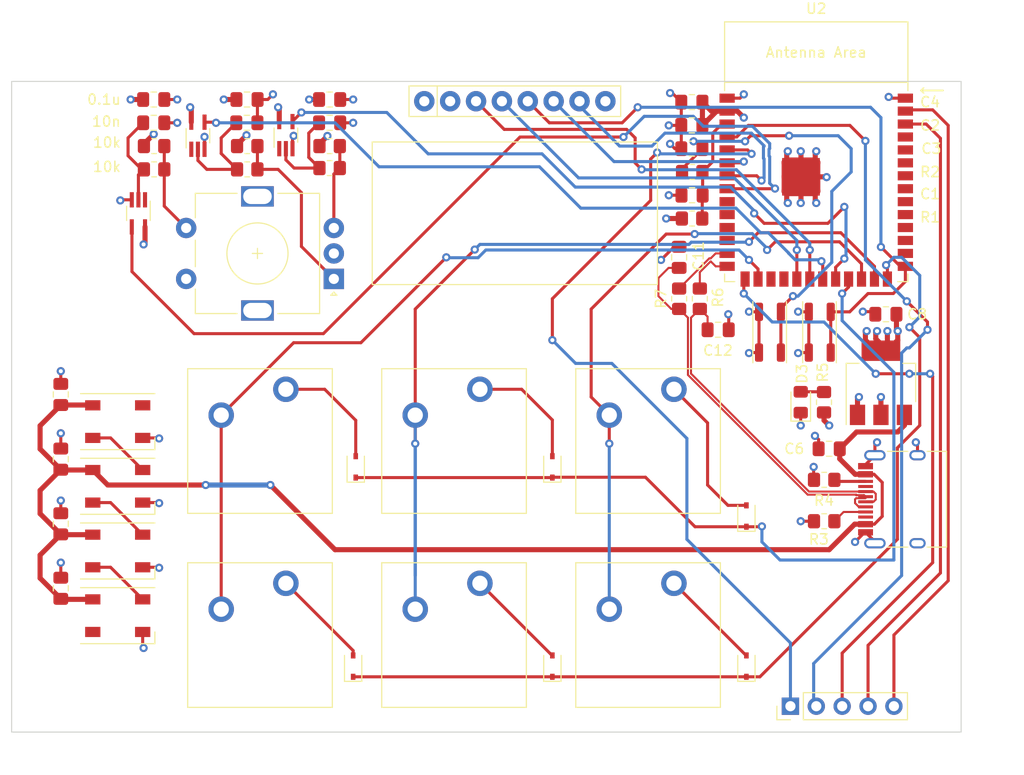
<source format=kicad_pcb>
(kicad_pcb (version 20211014) (generator pcbnew)
  (layers (0 "F.Cu" signal) (1 "In1.Cu" power) (2 "In2.Cu" power) (31 "B.Cu" signal) (34 "B.Paste" user) (35 "F.Paste" user) (36 "B.SilkS" user "B.Silkscreen") (37 "F.SilkS" user "F.Silkscreen") (38 "B.Mask" user) (39 "F.Mask" user) (44 "Edge.Cuts" user))
  (net 0 "")
  (net 1 "/EN")
  (net 2 "GND")
  (net 3 "VCC")
  (net 4 "Net-(C3-Pad2)")
  (net 5 "/+5V")
  (net 6 "/D-")
  (net 7 "/D+")
  (net 8 "Net-(C13-Pad1)")
  (net 9 "Net-(C14-Pad1)")
  (net 10 "Net-(C15-Pad1)")
  (net 11 "Net-(D1-Pad2)")
  (net 12 "/DIN")
  (net 13 "Net-(D2-Pad2)")
  (net 14 "Net-(D3-Pad2)")
  (net 15 "Net-(D4-Pad2)")
  (net 17 "SW_A")
  (net 18 "Net-(D6-Pad2)")
  (net 19 "SW_B")
  (net 20 "Net-(D7-Pad2)")
  (net 21 "Net-(D8-Pad2)")
  (net 22 "Net-(D9-Pad2)")
  (net 23 "Net-(D10-Pad2)")
  (net 24 "Net-(D11-Pad2)")
  (net 25 "/CC1")
  (net 27 "/CC2")
  (net 29 "/IO5")
  (net 30 "/IO4")
  (net 31 "/IO3")
  (net 32 "/IO2")
  (net 33 "/IO1")
  (net 34 "/BOOT")
  (net 35 "/IO6")
  (net 36 "/IO7")
  (net 37 "/DIS_SDA")
  (net 38 "/DIS_CLK")
  (net 40 "/USB_D+")
  (net 41 "/USB_D-")
  (net 42 "/Rotary_A")
  (net 43 "/Rotary_B")
  (net 44 "/Rotary_Z")
  (net 45 "SW_1")
  (net 46 "SW_2")
  (net 47 "SW_3")
  (net 51 "/IO8")
  (net 52 "/IO9")
  (net 53 "/IO10")
  (net 64 "R_A")
  (net 65 "R_B")
  (net 66 "R_Z")
  (footprint "Capacitor_SMD:C_0805_2012Metric_Pad1.18x1.45mm_HandSolder" (layer "F.Cu") (at 94.742 133.8365 -90)
    (fp_text reference "C5" hide)
    (fp_text value "0.1u")
  )
  (footprint "Resistor_SMD:R_0805_2012Metric_Pad1.20x1.40mm_HandSolder" (layer "F.Cu") (at 169.672 115.57 90)
    (fp_text reference "R5")
    (fp_text value "10k")
  )
  (footprint "Capacitor_SMD:C_0805_2012Metric_Pad1.18x1.45mm_HandSolder" (layer "F.Cu") (at 156.6965 90.678)
    (fp_text reference "C3")
    (fp_text value "0.1u")
  )
  (footprint "Connector_PinHeader_2.54mm:PinHeader_1x05_P2.54mm_Vertical" (layer "F.Cu") (at 166.375 145.415 90)
    (fp_text reference "J2" hide)
    (fp_text value "Conn_01x05_Male")
  )
  (footprint "Diode_SMD:D_SOD-323" (layer "F.Cu") (at 123.444 141.478 90)
    (fp_text reference "D7" hide)
    (fp_text value "1N4148WS")
  )
  (footprint "Diode_SMD:D_SOD-323" (layer "F.Cu") (at 123.698 121.92 90)
    (fp_text reference "D6" hide)
    (fp_text value "1N4148WS")
  )
  (footprint "Switch_Keyboard_Cherry_MX:SW_Cherry_MX_Plate_1.00u" (layer "F.Cu") (at 114.3 119.38)
    (fp_text reference "SW4" hide)
    (fp_text value "SW_Push")
  )
  (footprint "Kayasu:SW_3x4x2.5mm" (layer "F.Cu") (at 165.288 107.696 90)
    (fp_text reference "SW2" hide)
    (fp_text value "SW_4")
  )
  (footprint "Capacitor_SMD:C_0805_2012Metric_Pad1.18x1.45mm_HandSolder" (layer "F.Cu") (at 103.8645 85.852)
    (fp_text reference "C18" hide)
    (fp_text value "100n")
  )
  (footprint "Capacitor_SMD:C_0805_2012Metric_Pad1.18x1.45mm_HandSolder" (layer "F.Cu") (at 121.1365 88.138)
    (fp_text reference "C14" hide)
    (fp_text value "10n")
  )
  (footprint "Kayasu:SW_3x4x2.5mm" (layer "F.Cu") (at 170.18 107.696 90)
    (fp_text reference "SW1" hide)
    (fp_text value "SW_4")
  )
  (footprint "Resistor_SMD:R_0805_2012Metric_Pad1.20x1.40mm_HandSolder" (layer "F.Cu") (at 103.902 90.424)
    (fp_text reference "R10" hide)
    (fp_text value "10k")
  )
  (footprint "Kayasu:0.96_80x160_IPS" (layer "F.Cu") (at 139.319 86.02)
    (fp_text reference "U6" hide)
    (fp_text value "0.96_80x160_IPS")
  )
  (footprint "Package_TO_SOT_SMD:SOT-353_SC-70-5_Handsoldering" (layer "F.Cu") (at 102.362 97.028 -90)
    (fp_text reference "U5" hide)
    (fp_text value "74LVC1G17")
  )
  (footprint "Resistor_SMD:R_0805_2012Metric_Pad1.20x1.40mm_HandSolder" (layer "F.Cu") (at 156.734 92.964)
    (fp_text reference "R2")
    (fp_text value "0")
  )
  (footprint "Diode_SMD:D_SOD-323" (layer "F.Cu") (at 143.002 121.92 90)
    (fp_text reference "D8" hide)
    (fp_text value "1N4148WS")
  )
  (footprint "Resistor_SMD:R_0805_2012Metric_Pad1.20x1.40mm_HandSolder" (layer "F.Cu") (at 157.48 105.41 90)
    (fp_text reference "R6")
    (fp_text value "0")
  )
  (footprint "Capacitor_SMD:C_0805_2012Metric_Pad1.18x1.45mm_HandSolder" (layer "F.Cu") (at 159.2795 108.458)
    (fp_text reference "C12")
    (fp_text value "NC")
  )
  (footprint "Capacitor_SMD:C_0805_2012Metric_Pad1.18x1.45mm_HandSolder" (layer "F.Cu") (at 94.742 121.158 -90)
    (fp_text reference "C9" hide)
    (fp_text value "0.1u")
  )
  (footprint "Capacitor_SMD:C_0805_2012Metric_Pad1.18x1.45mm_HandSolder" (layer "F.Cu") (at 155.448 101.346 90)
    (fp_text reference "C11")
    (fp_text value "NC")
  )
  (footprint "Capacitor_SMD:C_0805_2012Metric_Pad1.18x1.45mm_HandSolder" (layer "F.Cu") (at 113.0245 85.852)
    (fp_text reference "C16" hide)
    (fp_text value "100n")
  )
  (footprint "Capacitor_SMD:C_0805_2012Metric_Pad1.18x1.45mm_HandSolder" (layer "F.Cu") (at 156.6965 88.392 180)
    (fp_text reference "C2")
    (fp_text value "22u")
  )
  (footprint "LED_SMD:LED_WS2812B_PLCC4_5.0x5.0mm_P3.2mm" (layer "F.Cu") (at 100.33 123.825)
    (fp_text reference "D2" hide)
    (fp_text value "WS2812B")
  )
  (footprint "Capacitor_SMD:C_0805_2012Metric_Pad1.18x1.45mm_HandSolder" (layer "F.Cu") (at 156.718 95.25 180)
    (fp_text reference "C1")
    (fp_text value "1u")
  )
  (footprint "Resistor_SMD:R_0805_2012Metric_Pad1.20x1.40mm_HandSolder" (layer "F.Cu") (at 113.046 90.424)
    (fp_text reference "R8" hide)
    (fp_text value "10k")
  )
  (footprint "Capacitor_SMD:C_0805_2012Metric_Pad1.18x1.45mm_HandSolder" (layer "F.Cu") (at 94.742 114.808 -90)
    (fp_text reference "C7" hide)
    (fp_text value "0.1u")
  )
  (footprint "Capacitor_SMD:C_0805_2012Metric_Pad1.18x1.45mm_HandSolder" (layer "F.Cu") (at 156.6965 86.106 180)
    (fp_text reference "C4")
    (fp_text value "0.1u")
  )
  (footprint "Resistor_SMD:R_0805_2012Metric_Pad1.20x1.40mm_HandSolder" (layer "F.Cu") (at 155.448 105.41 90)
    (fp_text reference "R7")
    (fp_text value "0")
  )
  (footprint "Package_TO_SOT_SMD:SOT-353_SC-70-5_Handsoldering" (layer "F.Cu") (at 108.204 89.408 90)
    (fp_text reference "U3" hide)
    (fp_text value "74LVC1G17")
  )
  (footprint "Resistor_SMD:R_0805_2012Metric_Pad1.20x1.40mm_HandSolder" (layer "F.Cu") (at 169.688 123.19 180)
    (fp_text reference "R4")
    (fp_text value "5.1k")
  )
  (footprint "Capacitor_SMD:C_0805_2012Metric_Pad1.18x1.45mm_HandSolder" (layer "F.Cu") (at 103.8645 88.138)
    (fp_text reference "C15" hide)
    (fp_text value "10n")
  )
  (footprint "Resistor_SMD:R_0805_2012Metric_Pad1.20x1.40mm_HandSolder" (layer "F.Cu") (at 121.1365 90.424)
    (fp_text reference "R9" hide)
    (fp_text value "10k")
  )
  (footprint "LED_SMD:LED_WS2812B_PLCC4_5.0x5.0mm_P3.2mm" (layer "F.Cu") (at 100.33 117.475)
    (fp_text reference "D1" hide)
    (fp_text value "WS2812B")
  )
  (footprint "LED_SMD:LED_WS2812B_PLCC4_5.0x5.0mm_P3.2mm" (layer "F.Cu") (at 100.33 130.175)
    (fp_text reference "D4" hide)
    (fp_text value "WS2812B")
  )
  (footprint "Switch_Keyboard_Cherry_MX:SW_Cherry_MX_Plate_1.00u" (layer "F.Cu") (at 152.4 138.43)
    (fp_text reference "SW9" hide)
    (fp_text value "SW_Push")
  )
  (footprint "Rotary_Encoder:RotaryEncoder_Alps_EC11E-Switch_Vertical_H20mm" (layer "F.Cu") (at 121.55 103.465 180)
    (fp_text reference "SW3" hide)
    (fp_text value "RotaryEncoder_Switch")
  )
  (footprint "Diode_SMD:D_SOD-323" (layer "F.Cu") (at 143.002 141.478 90)
    (fp_text reference "D9" hide)
    (fp_text value "1N4148WS")
  )
  (footprint "Switch_Keyboard_Cherry_MX:SW_Cherry_MX_Plate_1.00u" (layer "F.Cu") (at 133.35 119.38)
    (fp_text reference "SW6" hide)
    (fp_text value "SW_Push")
  )
  (footprint "Espressif:ESP32-S3-WROOM-1" (layer "F.Cu") (at 168.91 93.98)
    (fp_text reference "U2")
    (fp_text value "ESP32-S3-WROOM-1")
  )
  (footprint "Resistor_SMD:R_0805_2012Metric_Pad1.20x1.40mm_HandSolder" (layer "F.Cu") (at 103.902 92.71 180)
    (fp_text reference "R13" hide)
    (fp_text value "10k")
  )
  (footprint "Capacitor_SMD:C_0805_2012Metric_Pad1.18x1.45mm_HandSolder" (layer "F.Cu") (at 121.1365 85.852)
    (fp_text reference "C17" hide)
    (fp_text value "100n")
  )
  (footprint "Resistor_SMD:R_0805_2012Metric_Pad1.20x1.40mm_HandSolder" (layer "F.Cu") (at 121.1365 92.583 180)
    (fp_text reference "R12" hide)
    (fp_text value "10k")
  )
  (footprint "Resistor_SMD:R_0805_2012Metric_Pad1.20x1.40mm_HandSolder" (layer "F.Cu") (at 156.718 97.536)
    (fp_text reference "R1")
    (fp_text value "10k")
  )
  (footprint "Resistor_SMD:R_0805_2012Metric_Pad1.20x1.40mm_HandSolder" (layer "F.Cu") (at 169.688 127.254 180)
    (fp_text reference "R3")
    (fp_text value "5.1k")
  )
  (footprint "Diode_SMD:D_SOD-323" (layer "F.Cu") (at 162.052 126.746 90)
    (fp_text reference "D10" hide)
    (fp_text value "1N4148WS")
  )
  (footprint "Resistor_SMD:R_0805_2012Metric_Pad1.20x1.40mm_HandSolder" (layer "F.Cu") (at 113.046 92.71 180)
    (fp_text reference "R11" hide)
    (fp_text value "10k")
  )
  (footprint "Capacitor_SMD:C_0805_2012Metric_Pad1.18x1.45mm_HandSolder" (layer "F.Cu") (at 94.742 127.508 -90)
    (fp_text reference "C10" hide)
    (fp_text value "0.1u")
  )
  (footprint "Switch_Keyboard_Cherry_MX:SW_Cherry_MX_Plate_1.00u" (layer "F.Cu") (at 133.35 138.43)
    (fp_text reference "SW7" hide)
    (fp_text value "SW_Push")
  )
  (footprint "Capacitor_SMD:C_0805_2012Metric_Pad1.18x1.45mm_HandSolder" (layer "F.Cu") (at 113.0085 88.138)
    (fp_text reference "C13" hide)
    (fp_text value "10n")
  )
  (footprint "LED_SMD:LED_0805_2012Metric_Pad1.15x1.40mm_HandSolder" (layer "F.Cu") (at 167.386 115.57 90)
    (fp_text reference "D3")
    (fp_text value "LED")
  )
  (footprint "Capacitor_SMD:C_0805_2012Metric_Pad1.18x1.45mm_HandSolder" (layer "F.Cu") (at 170.18 120.142 180)
    (fp_text reference "C6")
    (fp_text value "1u")
  )
  (footprint "LED_SMD:LED_WS2812B_PLCC4_5.0x5.0mm_P3.2mm" (layer "F.Cu") (at 100.33 136.525)
    (fp_text reference "D5" hide)
    (fp_text value "WS2812B")
  )
  (footprint "Package_TO_SOT_SMD:SOT-353_SC-70-5_Handsoldering" (layer "F.Cu") (at 116.84 89.348 90)
    (fp_text reference "U4" hide)
    (fp_text value "74LVC1G17")
  )
  (footprint "Package_TO_SOT_SMD:SOT-223-3_TabPin2" (layer "F.Cu") (at 175.26 113.665 90)
    (fp_text reference "U1" hide)
    (fp_text value "LD1117S33TR_SOT223")
  )
  (footprint "Connector_USB:USB_C_Receptacle_HRO_TYPE-C-31-M-12" (layer "F.Cu") (at 177.8 125.095 90)
    (fp_text reference "J1" hide)
    (fp_text value "USB_C_Receptacle_USB2.0")
  )
  (footprint "Switch_Keyboard_Cherry_MX:SW_Cherry_MX_Plate_1.00u" (layer "F.Cu") (at 114.3 138.43)
    (fp_text reference "SW5" hide)
    (fp_text value "SW_Push")
  )
  (footprint "Diode_SMD:D_SOD-323" (layer "F.Cu") (at 162.052 141.478 90)
    (fp_text reference "D11" hide)
    (fp_text value "1N4148WS")
  )
  (footprint "Capacitor_SMD:C_0805_2012Metric_Pad1.18x1.45mm_HandSolder" (layer "F.Cu") (at 175.7465 106.934 180)
    (fp_text reference "C8")
    (fp_text value "4.7u")
  )
  (footprint "Switch_Keyboard_Cherry_MX:SW_Cherry_MX_Plate_1.00u" (layer "F.Cu") (at 152.4 119.38)
    (fp_text reference "SW8" hide)
    (fp_text value "SW_Push")
  )
  (gr_line (start 181.356 84.963) (end 179.197 84.963) (layer "F.SilkS") (width 0.15))
  (gr_line (start 179.197 84.963) (end 179.451 85.217) (layer "F.SilkS") (width 0.15))
  (gr_line (start 179.451 84.709) (end 179.197 84.963) (layer "F.SilkS") (width 0.15))
  (gr_line (start 179.197 84.963) (end 181.356 84.963) (layer "F.SilkS") (width 0.15))
  (gr_rect (start 183.134 84.074) (end 89.916 147.955) (layer "Edge.Cuts") (width 0.1) (fill none))
  (gr_text "10n" (at 99.218762 88.011) (layer "F.SilkS") (effects (font (size 1 1))))
  (gr_text "10k" (at 99.266381 90.072629) (layer "F.SilkS") (effects (font (size 1 1))))
  (gr_text "10k" (at 99.266381 92.456) (layer "F.SilkS") (effects (font (size 1 1))))
  (gr_text "0.1u" (at 98.980667 85.852) (layer "F.SilkS") (effects (font (size 1 1))))
  (segment (start 159.644 88.26) (end 158.75 89.154) (width 0.3) (layer "F.Cu") (net 1))
  (segment (start 157.718 97.536) (end 157.718 95.2875) (width 0.3) (layer "F.Cu") (net 1))
  (segment (start 158.75 91.948) (end 157.734 92.964) (width 0.3) (layer "F.Cu") (net 1))
  (segment (start 157.7555 92.9855) (end 157.734 92.964) (width 0.3) (layer "F.Cu") (net 1))
  (segment (start 157.7555 95.25) (end 157.7555 92.9855) (width 0.3) (layer "F.Cu") (net 1))
  (segment (start 157.718 95.2875) (end 157.7555 95.25) (width 0.3) (layer "F.Cu") (net 1))
  (segment (start 160.16 88.26) (end 159.644 88.26) (width 0.3) (layer "F.Cu") (net 1))
  (segment (start 158.75 89.154) (end 158.75 91.948) (width 0.3) (layer "F.Cu") (net 1))
  (segment (start 154.9615 100.3085) (end 153.67 101.6) (width 0.3) (layer "F.Cu") (net 2))
  (segment (start 160.317 108.458) (end 160.317 106.977) (width 0.3) (layer "F.Cu") (net 2))
  (segment (start 114.046 88.138) (end 114.046 85.868) (width 0.3) (layer "F.Cu") (net 2))
  (segment (start 94.742 113.7705) (end 94.742 112.522) (width 0.3) (layer "F.Cu") (net 2))
  (segment (start 104.343 131.775) (end 104.394 131.826) (width 0.3) (layer "F.Cu") (net 2))
  (segment (start 169.1425 120.142) (end 169.1425 119.2315) (width 0.3) (layer "F.Cu") (net 2))
  (segment (start 166.01 95.906) (end 166.116 96.012) (width 0.5) (layer "F.Cu") (net 2))
  (segment (start 168.81 93.372) (end 168.81 94.84) (width 1) (layer "F.Cu") (net 2))
  (segment (start 166.01 92.04) (end 168.81 92.04) (width 1) (layer "F.Cu") (net 2))
  (segment (start 168.18 106.696) (end 167.148 106.696) (width 0.3) (layer "F.Cu") (net 2))
  (segment (start 167.18 110.696) (end 167.132 110.744) (width 0.3) (layer "F.Cu") (net 2))
  (segment (start 114.062 85.852) (end 115.062 85.852) (width 0.3) (layer "F.Cu") (net 2))
  (segment (start 117.49 89.529502) (end 117.602 89.417502) (width 0.3) (layer "F.Cu") (net 2))
  (segment (start 163.288 110.696) (end 162.354 110.696) (width 0.3) (layer "F.Cu") (net 2))
  (segment (start 94.742 120.1205) (end 94.742 118.618) (width 0.3) (layer "F.Cu") (net 2))
  (segment (start 167.148 106.696) (end 167.132 106.68) (width 0.3) (layer "F.Cu") (net 2))
  (segment (start 173.755 121.845) (end 173.755 121.69) (width 0.3) (layer "F.Cu") (net 2))
  (segment (start 161.422 85.72) (end 161.798 85.344) (width 0.3) (layer "F.Cu") (net 2))
  (segment (start 166.01 93.44) (end 168.742 93.44) (width 1) (layer "F.Cu") (net 2))
  (segment (start 162.354 110.696) (end 162.306 110.744) (width 0.3) (layer "F.Cu") (net 2))
  (segment (start 104.343 125.425) (end 104.394 125.476) (width 0.3) (layer "F.Cu") (net 2))
  (segment (start 155.030209 90.678) (end 154.559605 90.207396) (width 0.3) (layer "F.Cu") (net 2))
  (segment (start 102.78 131.775) (end 104.343 131.775) (width 0.3) (layer "F.Cu") (net 2))
  (segment (start 100.644 95.698) (end 101.712 95.698) (width 0.3) (layer "F.Cu") (net 2))
  (segment (start 104.902 85.852) (end 106.172 85.852) (width 0.3) (layer "F.Cu") (net 2))
  (segment (start 168.81 92.04) (end 168.81 91.032) (width 0.5) (layer "F.Cu") (net 2))
  (segment (start 122.174 88.138) (end 123.444 88.138) (width 0.3) (layer "F.Cu") (net 2))
  (segment (start 168.18 106.696) (end 168.18 110.696) (width 0.3) (layer "F.Cu") (net 2))
  (segment (start 117.49 90.678) (end 117.49 89.529502) (width 0.3) (layer "F.Cu") (net 2))
  (segment (start 176.144 85.72) (end 176.022 85.598) (width 0.3) (layer "F.Cu") (net 2))
  (segment (start 155.448 100.3085) (end 154.9615 100.3085) (width 0.3) (layer "F.Cu") (net 2))
  (segment (start 167.41 90.956) (end 167.386 90.932) (width 0.5) (layer "F.Cu") (net 2))
  (segment (start 173.482 106.68) (end 174.455 106.68) (width 0.3) (layer "F.Cu") (net 2))
  (segment (start 155.6805 95.25) (end 154.432 95.25) (width 0.3) (layer "F.Cu") (net 2))
  (segment (start 155.659 86.106) (end 155.659 90.678) (width 0.3) (layer "F.Cu") (net 2))
  (segment (start 155.659 88.392) (end 154.432 88.392) (width 0.3) (layer "F.Cu") (net 2))
  (segment (start 108.854 90.738) (end 108.854 89.519836) (width 0.3) (layer "F.Cu") (net 2))
  (segment (start 94.742 132.799) (end 94.742 131.318) (width 0.3) (layer "F.Cu") (net 2))
  (segment (start 173.661 128.345) (end 173.755 128.345) (width 0.3) (layer "F.Cu") (net 2))
  (segment (start 167.386 116.595) (end 167.386 117.856) (width 0.3) (layer "F.Cu") (net 2))
  (segment (start 169.1425 119.2315) (end 168.783 118.872) (width 0.3) (layer "F.Cu") (net 2))
  (segment (start 178.85 120.775) (end 178.85 119.668) (width 0.3) (layer "F.Cu") (net 2))
  (segment (start 163.288 106.696) (end 163.288 110.696) (width 0.3) (layer "F.Cu") (net 2))
  (segment (start 174.67 129.415) (end 174.67 129.26) (width 0.3) (layer "F.Cu") (net 2))
  (segment (start 104.902 88.138) (end 106.172 88.138) (width 0.3) (layer "F.Cu") (net 2))
  (segment (start 172.96 115.203) (end 173.101 115.062) (width 0.5) (layer "F.Cu") (net 2))
  (segment (start 174.67 129.26) (end 173.755 128.345) (width 0.3) (layer "F.Cu") (net 2))
  (segment (start 167.41 95.988) (end 167.386 96.012) (width 0.5) (layer "F.Cu") (net 2))
  (segment (start 168.81 93.44) (end 169.894 93.44) (width 0.5) (layer "F.Cu") (net 2))
  (segment (start 166.01 94.84) (end 166.01 95.906) (width 0.5) (layer "F.Cu") (net 2))
  (segment (start 94.742 126.4705) (end 94.742 125.222) (width 0.3) (layer "F.Cu") (net 2))
  (segment (start 168.656 121.92) (end 168.656 123.158) (width 0.3) (layer "F.Cu") (net 2))
  (segment (start 168.81 91.032) (end 168.91 90.932) (width 0.5) (layer "F.Cu") (net 2))
  (segment (start 173.755 121.69) (end 174.67 120.775) (width 0.3) (layer "F.Cu") (net 2))
  (segment (start 174.455 106.68) (end 174.709 106.934) (width 0.3) (layer "F.Cu") (net 2))
  (segment (start 162.322 106.696) (end 162.306 106.68) (width 0.3) (layer "F.Cu") (net 2))
  (segment (start 168.742 93.44) (end 168.81 93.372) (width 1) (layer "F.Cu") (net 2))
  (segment (start 168.81 94.84) (end 166.01 92.04) (width 1) (layer "F.Cu") (net 2))
  (segment (start 168.81 92.04) (end 168.81 93.372) (width 1) (layer "F.Cu") (net 2))
  (segment (start 166.01 92.04) (end 166.01 91.038) (width 0.5) (layer "F.Cu") (net 2))
  (segment (start 104.343 119.075) (end 104.394 119.126) (width 0.3) (layer "F.Cu") (net 2))
  (segment (start 178.85 119.668) (end 178.689 119.507) (width 0.3) (layer "F.Cu") (net 2))
  (segment (start 155.659 90.678) (end 155.030209 90.678) (width 0.3) (layer "F.Cu") (net 2))
  (segment (start 177.66 85.72) (end 176.144 85.72) (width 0.3) (layer "F.Cu") (net 2))
  (segment (start 167.41 94.84) (end 167.41 95.988) (width 0.5) (layer "F.Cu") (net 2))
  (segment (start 102.78 139.61) (end 102.87 139.7) (width 0.3) (layer "F.Cu") (net 2))
  (segment (start 102.78 125.425) (end 104.343 125.425) (width 0.3) (layer "F.Cu") (net 2))
  (segment (start 102.78 119.075) (end 104.343 119.075) (width 0.3) (layer "F.Cu") (net 2))
  (segment (start 166.01 91.038) (end 166.116 90.932) (width 0.5) (layer "F.Cu") (net 2))
  (segment (start 166.01 94.84) (end 166.01 92.04) (width 1) (layer "F.Cu") (net 2))
  (segment (start 100.584 95.758) (end 100.644 95.698) (width 0.3) (layer "F.Cu") (net 2))
  (segment (start 168.688 127.254) (end 167.386 127.254) (width 0.3) (layer "F.Cu") (net 2))
  (segment (start 168.81 94.84) (end 168.81 95.912) (width 0.5) (layer "F.Cu") (net 2))
  (segment (start 174.67 120.775) (end 174.67 119.716) (width 0.3) (layer "F.Cu") (net 2))
  (segment (start 167.41 92.04) (end 167.41 94.84) (width 1) (layer "F.Cu") (net 2))
  (segment (start 160.16 85.72) (end 161.422 85.72) (width 0.3) (layer "F.Cu") (net 2))
  (segment (start 108.854 89.519836) (end 108.850048 89.515884) (width 0.3) (layer "F.Cu") (net 2))
  (segment (start 115.062 85.852) (end 115.57 85.344) (width 0.3) (layer "F.Cu") (net 2))
  (segment (start 154.559 85.217) (end 154.77 85.217) (width 0.3) (layer "F.Cu") (net 2))
  (segment (start 168.18 110.696) (end 167.18 110.696) (width 0.3) (layer "F.Cu") (net 2))
  (segment (start 166.01 94.84) (end 168.81 92.04) (width 1) (layer "F.Cu") (net 2))
  (segment (start 160.317 106.977) (end 160.274 106.934) (width 0.3) (layer "F.Cu") (net 2))
  (segment (start 167.41 92.04) (end 167.41 90.956) (width 0.5) (layer "F.Cu") (net 2))
  (segment (start 169.894 93.44) (end 169.926 93.472) (width 0.5) (layer "F.Cu") (net 2))
  (segment (start 168.81 94.84) (end 166.01 94.84) (width 1) (layer "F.Cu") (net 2))
  (segment (start 168.656 123.158) (end 168.688 123.19) (width 0.3) (layer "F.Cu") (net 2))
  (segment (start 114.046 85.868) (end 114.062 85.852) (width 0.3) (layer "F.Cu") (net 2))
  (segment (start 172.72 129.286) (end 173.661 128.345) (width 0.3) (layer "F.Cu") (net 2))
  (segment (start 122.174 85.852) (end 123.444 85.852) (width 0.3) (layer "F.Cu") (net 2))
  (segment (start 172.96 116.815) (end 172.96 115.203) (width 0.5) (layer "F.Cu") (net 2))
  (segment (start 154.77 85.217) (end 155.659 86.106) (width 0.3) (layer "F.Cu") (net 2))
  (segment (start 102.78 138.125) (end 102.78 139.61) (width 0.3) (layer "F.Cu") (net 2))
  (segment (start 163.288 106.696) (end 162.322 106.696) (width 0.3) (layer "F.Cu") (net 2))
  (segment (start 168.81 95.912) (end 168.91 96.012) (width 0.5) (layer "F.Cu") (net 2))
  (segment (start 174.67 119.716) (end 174.879 119.507) (width 0.3) (layer "F.Cu") (net 2))
  (via (at 162.306 110.744) (size 0.8) (drill 0.4) (layers "F.Cu" "B.Cu") (net 2))
  (via (at 169.926 93.472) (size 0.8) (drill 0.4) (layers "F.Cu" "B.Cu") (net 2))
  (via (at 168.783 118.872) (size 0.8) (drill 0.4) (layers "F.Cu" "B.Cu") (net 2))
  (via (at 167.386 127.254) (size 0.8) (drill 0.4) (layers "F.Cu" "B.Cu") (net 2))
  (via (at 123.444 85.852) (size 0.8) (drill 0.4) (layers "F.Cu" "B.Cu") (net 2))
  (via (at 154.432 88.392) (size 0.8) (drill 0.4) (layers "F.Cu" "B.Cu") (net 2))
  (via (at 160.274 106.934) (size 0.8) (drill 0.4) (layers "F.Cu" "B.Cu") (net 2))
  (via (at 104.394 119.126) (size 0.8) (drill 0.4) (layers "F.Cu" "B.Cu") (net 2))
  (via (at 166.116 96.012) (size 0.8) (drill 0.4) (layers "F.Cu" "B.Cu") (net 2))
  (via (at 174.879 119.507) (size 0.8) (drill 0.4) (layers "F.Cu" "B.Cu") (net 2))
  (via (at 178.689 119.507) (size 0.8) (drill 0.4) (layers "F.Cu" "B.Cu") (net 2))
  (via (at 100.584 95.758) (size 0.8) (drill 0.4) (layers "F.Cu" "B.Cu") (net 2))
  (via (at 154.559 85.217) (size 0.8) (drill 0.4) (layers "F.Cu" "B.Cu") (net 2))
  (via (at 162.306 106.68) (size 0.8) (drill 0.4) (layers "F.Cu" "B.Cu") (net 2))
  (via (at 102.87 139.7) (size 0.8) (drill 0.4) (layers "F.Cu" "B.Cu") (net 2))
  (via (at 168.91 90.932) (size 0.8) (drill 0.4) (layers "F.Cu" "B.Cu") (net 2))
  (via (at 106.172 88.138) (size 0.8) (drill 0.4) (layers "F.Cu" "B.Cu") (net 2))
  (via (at 94.742 112.522) (size 0.8) (drill 0.4) (layers "F.Cu" "B.Cu") (net 2))
  (via (at 106.172 85.852) (size 0.8) (drill 0.4) (layers "F.Cu" "B.Cu") (net 2))
  (via (at 168.656 121.92) (size 0.8) (drill 0.4) (layers "F.Cu" "B.Cu") (net 2))
  (via (at 104.394 131.826) (size 0.8) (drill 0.4) (layers "F.Cu" "B.Cu") (net 2))
  (via (at 167.132 110.744) (size 0.8) (drill 0.4) (layers "F.Cu" "B.Cu") (net 2))
  (via (at 94.742 118.618) (size 0.8) (drill 0.4) (layers "F.Cu" "B.Cu") (net 2))
  (via (at 172.72 129.286) (size 0.8) (drill 0.4) (layers "F.Cu" "B.Cu") (net 2))
  (via (at 168.91 96.012) (size 0.8) (drill 0.4) (layers "F.Cu" "B.Cu") (net 2))
  (via (at 154.432 95.25) (size 0.8) (drill 0.4) (layers "F.Cu" "B.Cu") (net 2))
  (via (at 161.798 85.344) (size 0.8) (drill 0.4) (layers "F.Cu" "B.Cu") (net 2))
  (via (at 167.386 117.856) (size 0.8) (drill 0.4) (layers "F.Cu" "B.Cu") (net 2))
  (via (at 167.386 96.012) (size 0.8) (drill 0.4) (layers "F.Cu" "B.Cu") (net 2))
  (via (at 173.101 115.062) (size 0.8) (drill 0.4) (layers "F.Cu" "B.Cu") (net 2))
  (via (at 167.386 90.932) (size 0.8) (drill 0.4) (layers "F.Cu" "B.Cu") (net 2))
  (via (at 94.742 131.318) (size 0.8) (drill 0.4) (layers "F.Cu" "B.Cu") (net 2))
  (via (at 173.482 106.68) (size 0.8) (drill 0.4) (layers "F.Cu" "B.Cu") (net 2))
  (via (at 94.742 125.222) (size 0.8) (drill 0.4) (layers "F.Cu" "B.Cu") (net 2))
  (via (at 104.394 125.476) (size 0.8) (drill 0.4) (layers "F.Cu" "B.Cu") (net 2))
  (via (at 176.022 85.598) (size 0.8) (drill 0.4) (layers "F.Cu" "B.Cu") (net 2))
  (via (at 153.67 101.6) (size 0.8) (drill 0.4) (layers "F.Cu" "B.Cu") (net 2))
  (via (at 154.559605 90.207396) (size 0.8) (drill 0.4) (layers "F.Cu" "B.Cu") (net 2))
  (via (at 115.57 85.344) (size 0.8) (drill 0.4) (layers "F.Cu" "B.Cu") (net 2))
  (via (at 108.850048 89.515884) (size 0.8) (drill 0.4) (layers "F.Cu" "B.Cu") (net 2))
  (via (at 167.132 106.68) (size 0.8) (drill 0.4) (layers "F.Cu" "B.Cu") (net 2))
  (via (at 117.602 89.417502) (size 0.8) (drill 0.4) (layers "F.Cu" "B.Cu") (net 2))
  (via (at 123.444 88.138) (size 0.8) (drill 0.4) (layers "F.Cu" "B.Cu") (net 2))
  (via (at 166.116 90.932) (size 0.8) (drill 0.4) (layers "F.Cu" "B.Cu") (net 2))
  (segment (start 176.784 108.458) (end 176.911 108.585) (width 0.5) (layer "F.Cu") (net 3))
  (segment (start 112.046 90.285605) (end 112.972484 89.359121) (width 0.5) (layer "F.Cu") (net 3))
  (segment (start 120.1365 90.212776) (end 120.917803 89.431473) (width 0.5) (layer "F.Cu") (net 3))
  (segment (start 175.26 110.515) (end 176.047 109.728) (width 0.5) (layer "F.Cu") (net 3))
  (segment (start 116.19 88.018) (end 116.19 86.726) (width 0.5) (layer "F.Cu") (net 3))
  (segment (start 120.1365 90.424) (end 120.1365 90.212776) (width 0.5) (layer "F.Cu") (net 3))
  (segment (start 170.18 117.856) (end 169.672 117.348) (width 0.5) (layer "F.Cu") (net 3))
  (segment (start 157.734 86.106) (end 157.734 88.392) (width 0.5) (layer "F.Cu") (net 3))
  (segment (start 175.26 110.515) (end 175.895 109.88) (width 0.5) (layer "F.Cu") (net 3))
  (segment (start 160.16 86.99) (end 159.136 86.99) (width 0.5) (layer "F.Cu") (net 3))
  (segment (start 174.752 109.347) (end 174.752 108.712) (width 0.5) (layer "F.Cu") (net 3))
  (segment (start 102.902 90.424) (end 102.902 90.217022) (width 0.5) (layer "F.Cu") (net 3))
  (segment (start 176.911 109.474) (end 175.87 110.515) (width 0.5) (layer "F.Cu") (net 3))
  (segment (start 173.736 108.712) (end 173.863 108.585) (width 0.5) (layer "F.Cu") (net 3))
  (segment (start 111.987 85.852) (end 110.744 85.852) (width 0.5) (layer "F.Cu") (net 3))
  (segment (start 174.777 110.515) (end 173.736 109.474) (width 0.5) (layer "F.Cu") (net 3))
  (segment (start 107.554 88.078) (end 107.554 86.726) (width 0.5) (layer "F.Cu") (net 3))
  (segment (start 175.26 109.855) (end 174.752 109.347) (width 0.5) (layer "F.Cu") (net 3))
  (segment (start 175.26 116.815) (end 175.26 115.062) (width 0.5) (layer "F.Cu") (net 3))
  (segment (start 103.012 98.358) (end 103.012 99.934) (width 0.5) (layer "F.Cu") (net 3))
  (segment (start 103.012 99.934) (end 102.87 100.076) (width 0.5) (layer "F.Cu") (net 3))
  (segment (start 161.158 86.99) (end 160.16 86.99) (width 0.5) (layer "F.Cu") (net 3))
  (segment (start 160.16 86.99) (end 158.618 86.99) (width 0.5) (layer "F.Cu") (net 3))
  (segment (start 174.752 108.712) (end 174.879 108.585) (width 0.5) (layer "F.Cu") (net 3))
  (segment (start 112.046 90.424) (end 112.046 90.285605) (width 0.5) (layer "F.Cu") (net 3))
  (segment (start 161.798 87.63) (end 161.158 86.99) (width 0.5) (layer "F.Cu") (net 3))
  (segment (start 176.784 106.934) (end 176.784 108.458) (width 0.5) (layer "F.Cu") (net 3))
  (segment (start 107.554 86.726) (end 107.442 86.614) (width 0.5) (layer "F.Cu") (net 3))
  (segment (start 158.618 86.99) (end 157.734 86.106) (width 0.5) (layer "F.Cu") (net 3))
  (segment (start 176.911 108.585) (end 176.911 109.474) (width 0.5) (layer "F.Cu") (net 3))
  (segment (start 102.827 85.852) (end 101.6 85.852) (width 0.5) (layer "F.Cu") (net 3))
  (segment (start 120.099 85.852) (end 119.126 85.852) (width 0.5) (layer "F.Cu") (net 3))
  (segment (start 159.136 86.99) (end 157.734 88.392) (width 0.5) (layer "F.Cu") (net 3))
  (segment (start 175.87 110.515) (end 175.26 110.515) (width 0.5) (layer "F.Cu") (net 3))
  (segment (start 175.26 110.515) (end 174.777 110.515) (width 0.5) (layer "F.Cu") (net 3))
  (segment (start 102.902 90.217022) (end 103.8645 89.254522) (width 0.5) (layer "F.Cu") (net 3))
  (segment (start 169.672 117.348) (end 169.672 116.57) (width 0.5) (layer "F.Cu") (net 3))
  (segment (start 155.718 97.536) (end 154.178 97.536) (width 0.5) (layer "F.Cu") (net 3))
  (segment (start 175.26 110.515) (end 175.26 109.855) (width 0.5) (layer "F.Cu") (net 3))
  (segment (start 173.736 109.474) (end 173.736 108.712) (width 0.5) (layer "F.Cu") (net 3))
  (segment (start 116.19 86.726) (end 116.078 86.614) (width 0.5) (layer "F.Cu") (net 3))
  (segment (start 175.895 109.88) (end 175.895 108.585) (width 0.5) (layer "F.Cu") (net 3))
  (via (at 174.879 108.585) (size 0.8) (drill 0.4) (layers "F.Cu" "B.Cu") (net 3))
  (via (at 154.178 97.536) (size 0.8) (drill 0.4) (layers "F.Cu" "B.Cu") (net 3))
  (via (at 102.87 100.076) (size 0.8) (drill 0.4) (layers "F.Cu" "B.Cu") (net 3))
  (via (at 176.911 108.585) (size 0.8) (drill 0.4) (layers "F.Cu" "B.Cu") (net 3))
  (via (at 103.8645 89.254522) (size 0.8) (drill 0.4) (layers "F.Cu" "B.Cu") (net 3))
  (via (at 119.126 85.852) (size 0.8) (drill 0.4) (layers "F.Cu" "B.Cu") (net 3))
  (via (at 112.972484 89.359121) (size 0.8) (drill 0.4) (layers "F.Cu" "B.Cu") (net 3))
  (via (at 107.442 86.614) (size 0.8) (drill 0.4) (layers "F.Cu" "B.Cu") (net 3))
  (via (at 173.863 108.585) (size 0.8) (drill 0.4) (layers "F.Cu" "B.Cu") (net 3))
  (via (at 116.078 86.614) (size 0.8) (drill 0.4) (layers "F.Cu" "B.Cu") (net 3))
  (via (at 101.6 85.852) (size 0.8) (drill 0.4) (layers "F.Cu" "B.Cu") (net 3))
  (via (at 175.26 115.062) (size 0.8) (drill 0.4) (layers "F.Cu" "B.Cu") (net 3))
  (via (at 120.917803 89.431473) (size 0.8) (drill 0.4) (layers "F.Cu" "B.Cu") (net 3))
  (via (at 175.895 108.585) (size 0.8) (drill 0.4) (layers "F.Cu" "B.Cu") (net 3))
  (via (at 110.744 85.852) (size 0.8) (drill 0.4) (layers "F.Cu" "B.Cu") (net 3))
  (via (at 170.18 117.856) (size 0.8) (drill 0.4) (layers "F.Cu" "B.Cu") (net 3))
  (via (at 161.798 87.63) (size 0.8) (drill 0.4) (layers "F.Cu" "B.Cu") (net 3))
  (segment (start 162.4705 89.408) (end 161.925 89.9535) (width 0.3) (layer "F.Cu") (net 4))
  (segment (start 165.438 106.696) (end 165.438 110.696) (width 0.3) (layer "F.Cu") (net 4))
  (segment (start 157.0095 89.9535) (end 157.734 90.678) (width 0.3) (layer "F.Cu") (net 4))
  (segment (start 157.734 90.424) (end 157.734 90.678) (width 0.3) (layer "F.Cu") (net 4))
  (segment (start 155.734 92.678) (end 155.734 92.964) (width 0.3) (layer "F.Cu") (net 4))
  (segment (start 166.243 89.408) (end 162.4705 89.408) (width 0.3) (layer "F.Cu") (net 4))
  (segment (start 157.734 90.678) (end 155.734 92.678) (width 0.3) (layer "F.Cu") (net 4))
  (segment (start 165.438 106.342) (end 166.624 105.156) (width 0.3) (layer "F.Cu") (net 4))
  (segment (start 156.860705 89.9535) (end 157.0095 89.9535) (width 0.3) (layer "F.Cu") (net 4))
  (segment (start 165.438 106.696) (end 165.438 106.342) (width 0.3) (layer "F.Cu") (net 4))
  (via (at 166.243 89.408) (size 0.8) (drill 0.4) (layers "F.Cu" "B.Cu") (net 4))
  (via (at 156.860705 89.9535) (size 0.8) (drill 0.4) (layers "F.Cu" "B.Cu") (net 4))
  (via (at 161.925 89.9535) (size 0.8) (drill 0.4) (layers "F.Cu" "B.Cu") (net 4))
  (via (at 166.624 105.156) (size 0.8) (drill 0.4) (layers "F.Cu" "B.Cu") (net 4))
  (segment (start 161.925 89.9535) (end 156.860705 89.9535) (width 0.3) (layer "B.Cu") (net 4))
  (segment (start 166.624 105.156) (end 167.11968 105.156) (width 0.3) (layer "B.Cu") (net 4))
  (segment (start 170.434 101.84168) (end 170.434 94.869) (width 0.3) (layer "B.Cu") (net 4))
  (segment (start 172.339 92.964) (end 172.339 90.678) (width 0.3) (layer "B.Cu") (net 4))
  (segment (start 167.11968 105.156) (end 170.434 101.84168) (width 0.3) (layer "B.Cu") (net 4))
  (segment (start 172.339 90.678) (end 171.069 89.408) (width 0.3) (layer "B.Cu") (net 4))
  (segment (start 170.434 94.869) (end 172.339 92.964) (width 0.3) (layer "B.Cu") (net 4))
  (segment (start 171.069 89.408) (end 166.243 89.408) (width 0.3) (layer "B.Cu") (net 4))
  (segment (start 172.683 127.545) (end 173.755 127.545) (width 0.5) (layer "F.Cu") (net 5))
  (segment (start 92.71 124.2275) (end 92.71 126.5135) (width 0.5) (layer "F.Cu") (net 5))
  (segment (start 172.8685 118.491) (end 176.911 118.491) (width 0.5) (layer "F.Cu") (net 5))
  (segment (start 94.793 134.925) (end 94.742 134.874) (width 0.5) (layer "F.Cu") (net 5))
  (segment (start 94.7715 122.225) (end 94.742 122.1955) (width 0.5) (layer "F.Cu") (net 5))
  (segment (start 173.755 127.545) (end 174.615371 127.545) (width 0.3) (layer "F.Cu") (net 5))
  (segment (start 171.2175 121.1325) (end 171.2175 120.142) (width 0.5) (layer "F.Cu") (net 5))
  (segment (start 97.8505 115.8455) (end 97.88 115.875) (width 0.5) (layer "F.Cu") (net 5))
  (segment (start 92.71 126.5135) (end 94.742 128.5455) (width 0.5) (layer "F.Cu") (net 5))
  (segment (start 170.18 130.048) (end 172.683 127.545) (width 0.5) (layer "F.Cu") (net 5))
  (segment (start 177.56 117.842) (end 177.56 116.815) (width 0.5) (layer "F.Cu") (net 5))
  (segment (start 171.2175 120.142) (end 172.8685 118.491) (width 0.5) (layer "F.Cu") (net 5))
  (segment (start 176.911 118.491) (end 177.56 117.842) (width 0.5) (layer "F.Cu") (net 5))
  (segment (start 97.88 122.225) (end 99.353 123.698) (width 0.5) (layer "F.Cu") (net 5))
  (segment (start 97.88 128.575) (end 94.7715 128.575) (width 0.5) (layer "F.Cu") (net 5))
  (segment (start 94.742 122.1955) (end 92.71 124.2275) (width 0.5) (layer "F.Cu") (net 5))
  (segment (start 92.71 130.5775) (end 92.71 132.842) (width 0.5) (layer "F.Cu") (net 5))
  (segment (start 174.615371 127.545) (end 175.387 126.773371) (width 0.3) (layer "F.Cu") (net 5))
  (segment (start 97.88 134.925) (end 94.793 134.925) (width 0.5) (layer "F.Cu") (net 5))
  (segment (start 174.588 122.645) (end 173.755 122.645) (width 0.3) (layer "F.Cu") (net 5))
  (segment (start 175.387 123.444) (end 174.588 122.645) (width 0.3) (layer "F.Cu") (net 5))
  (segment (start 172.73 122.645) (end 171.2175 121.1325) (width 0.5) (layer "F.Cu") (net 5))
  (segment (start 121.666 130.048) (end 170.18 130.048) (width 0.5) (layer "F.Cu") (net 5))
  (segment (start 94.7715 128.575) (end 94.742 128.5455) (width 0.5) (layer "F.Cu") (net 5))
  (segment (start 115.316 123.698) (end 121.666 130.048) (width 0.5) (layer "F.Cu") (net 5))
  (segment (start 173.755 122.645) (end 172.73 122.645) (width 0.5) (layer "F.Cu") (net 5))
  (segment (start 97.88 122.225) (end 94.7715 122.225) (width 0.5) (layer "F.Cu") (net 5))
  (segment (start 94.742 115.8455) (end 92.71 117.8775) (width 0.5) (layer "F.Cu") (net 5))
  (segment (start 99.353 123.698) (end 108.966 123.698) (width 0.5) (layer "F.Cu") (net 5))
  (segment (start 92.71 117.8775) (end 92.71 120.1635) (width 0.5) (layer "F.Cu") (net 5))
  (segment (start 94.742 128.5455) (end 92.71 130.5775) (width 0.5) (layer "F.Cu") (net 5))
  (segment (start 175.387 126.773371) (end 175.387 123.444) (width 0.3) (layer "F.Cu") (net 5))
  (segment (start 94.742 115.8455) (end 97.8505 115.8455) (width 0.5) (layer "F.Cu") (net 5))
  (segment (start 92.71 132.842) (end 94.742 134.874) (width 0.5) (layer "F.Cu") (net 5))
  (segment (start 92.71 120.1635) (end 94.742 122.1955) (width 0.5) (layer "F.Cu") (net 5))
  (via (at 115.316 123.698) (size 0.8) (drill 0.4) (layers "F.Cu" "B.Cu") (net 5))
  (via (at 108.966 123.698) (size 0.8) (drill 0.4) (layers "F.Cu" "B.Cu") (net 5))
  (segment (start 108.966 123.698) (end 115.316 123.698) (width 0.5) (layer "B.Cu") (net 5))
  (segment (start 155.448 102.3835) (end 154.4105 102.3835) (width 0.2) (layer "F.Cu") (net 6))
  (segment (start 168.069739 124.646102) (end 172.828889 124.646102) (width 0.2) (layer "F.Cu") (net 6))
  (segment (start 153.416 103.378) (end 153.416 105.156) (width 0.2) (layer "F.Cu") (net 6))
  (segment (start 172.828889 124.696111) (end 173.606111 124.696111) (width 0.2) (layer "F.Cu") (net 6))
  (segment (start 173.606111 124.696111) (end 173.755 124.845) (width 0.2) (layer "F.Cu") (net 6))
  (segment (start 153.416 105.156) (end 154.67 106.41) (width 0.2) (layer "F.Cu") (net 6))
  (segment (start 154.4105 102.3835) (end 153.416 103.378) (width 0.2) (layer "F.Cu") (net 6))
  (segment (start 156.3132 107.2752) (end 156.3132 112.889563) (width 0.2) (layer "F.Cu") (net 6))
  (segment (start 172.72 125.102778) (end 172.828889 124.993889) (width 0.2) (layer "F.Cu") (net 6))
  (segment (start 172.828889 124.993889) (end 173.755 124.993889) (width 0.2) (layer "F.Cu") (net 6))
  (segment (start 155.448 106.41) (end 156.3132 107.2752) (width 0.2) (layer "F.Cu") (net 6))
  (segment (start 173.089 125.845) (end 172.72 125.476) (width 0.2) (layer "F.Cu") (net 6))
  (segment (start 154.67 106.41) (end 155.448 106.41) (width 0.2) (layer "F.Cu") (net 6))
  (segment (start 156.3132 112.889563) (end 168.069739 124.646102) (width 0.2) (layer "F.Cu") (net 6))
  (segment (start 173.755 125.845) (end 173.089 125.845) (width 0.2) (layer "F.Cu") (net 6))
  (segment (start 172.828889 124.646102) (end 172.828889 124.696111) (width 0.2) (layer "F.Cu") (net 6))
  (segment (start 172.72 125.476) (end 172.72 125.102778) (width 0.2) (layer "F.Cu") (net 6))
  (segment (start 174.752 124.564778) (end 174.752 125.125222) (width 0.2) (layer "F.Cu") (net 7))
  (segment (start 174.752 125.125222) (end 174.532222 125.345) (width 0.2) (layer "F.Cu") (net 7))
  (segment (start 174.532222 125.345) (end 173.755 125.345) (width 0.2) (layer "F.Cu") (net 7))
  (segment (start 173.681527 124.345) (end 173.755 124.345) (width 0.2) (layer "F.Cu") (net 7))
  (segment (start 156.6148 112.764649) (end 168.194662 124.344511) (width 0.2) (layer "F.Cu") (net 7))
  (segment (start 158.242 108.458) (end 158.242 107.172) (width 0.2) (layer "F.Cu") (net 7))
  (segment (start 173.755 124.345) (end 174.532222 124.345) (width 0.2) (layer "F.Cu") (net 7))
  (segment (start 156.6148 107.2752) (end 156.6148 112.764649) (width 0.2) (layer "F.Cu") (net 7))
  (segment (start 173.681038 124.344511) (end 173.681527 124.345) (width 0.2) (layer "F.Cu") (net 7))
  (segment (start 157.48 106.41) (end 156.6148 107.2752) (width 0.2) (layer "F.Cu") (net 7))
  (segment (start 158.242 107.172) (end 157.48 106.41) (width 0.2) (layer "F.Cu") (net 7))
  (segment (start 168.194662 124.344511) (end 173.681038 124.344511) (width 0.2) (layer "F.Cu") (net 7))
  (segment (start 174.532222 124.345) (end 174.752 124.564778) (width 0.2) (layer "F.Cu") (net 7))
  (segment (start 110.49 89.619) (end 111.971 88.138) (width 0.3) (layer "F.Cu") (net 8))
  (segment (start 109.076978 92.71) (end 112.046 92.71) (width 0.3) (layer "F.Cu") (net 8))
  (segment (start 108.204 91.837022) (end 109.076978 92.71) (width 0.3) (layer "F.Cu") (net 8))
  (segment (start 108.204 90.738) (end 108.204 91.837022) (width 0.3) (layer "F.Cu") (net 8))
  (segment (start 110.49 91.154) (end 110.49 89.619) (width 0.3) (layer "F.Cu") (net 8))
  (segment (start 112.046 92.71) (end 110.49 91.154) (width 0.3) (layer "F.Cu") (net 8))
  (segment (start 120.1365 92.583) (end 117.645978 92.583) (width 0.3) (layer "F.Cu") (net 9))
  (segment (start 119.08698 89.15002) (end 120.099 88.138) (width 0.3) (layer "F.Cu") (net 9))
  (segment (start 119.08698 91.53348) (end 119.08698 89.15002) (width 0.3) (layer "F.Cu") (net 9))
  (segment (start 120.1365 92.583) (end 119.08698 91.53348) (width 0.3) (layer "F.Cu") (net 9))
  (segment (start 116.84 91.777022) (end 116.84 90.678) (width 0.3) (layer "F.Cu") (net 9))
  (segment (start 117.645978 92.583) (end 116.84 91.777022) (width 0.3) (layer "F.Cu") (net 9))
  (segment (start 102.902 92.71) (end 102.684609 92.71) (width 0.3) (layer "F.Cu") (net 10))
  (segment (start 101.346 91.371391) (end 101.346 89.619) (width 0.3) (layer "F.Cu") (net 10))
  (segment (start 102.362 93.25) (end 102.902 92.71) (width 0.3) (layer "F.Cu") (net 10))
  (segment (start 102.684609 92.71) (end 101.346 91.371391) (width 0.3) (layer "F.Cu") (net 10))
  (segment (start 102.362 95.698) (end 102.362 93.25) (width 0.3) (layer "F.Cu") (net 10))
  (segment (start 101.346 89.619) (end 102.827 88.138) (width 0.3) (layer "F.Cu") (net 10))
  (segment (start 97.88 119.075) (end 99.63 119.075) (width 0.3) (layer "F.Cu") (net 11))
  (segment (start 99.63 119.075) (end 102.78 122.225) (width 0.3) (layer "F.Cu") (net 11))
  (segment (start 99.63 125.425) (end 102.78 128.575) (width 0.3) (layer "F.Cu") (net 13))
  (segment (start 97.88 125.425) (end 99.63 125.425) (width 0.3) (layer "F.Cu") (net 13))
  (segment (start 167.157 114.57) (end 167.132 114.545) (width 0.3) (layer "F.Cu") (net 14))
  (segment (start 167.386 114.545) (end 169.647 114.545) (width 0.3) (layer "F.Cu") (net 14))
  (segment (start 169.647 114.545) (end 169.672 114.57) (width 0.3) (layer "F.Cu") (net 14))
  (segment (start 97.88 131.775) (end 99.63 131.775) (width 0.3) (layer "F.Cu") (net 15))
  (segment (start 99.63 131.775) (end 102.78 134.925) (width 0.3) (layer "F.Cu") (net 15))
  (segment (start 123.698 122.97) (end 143.002 122.97) (width 0.3) (layer "F.Cu") (net 17))
  (segment (start 172.085 103.48) (end 172.085 104.267) (width 0.3) (layer "F.Cu") (net 17))
  (segment (start 157.006 127.796) (end 162.052 127.796) (width 0.3) (layer "F.Cu") (net 17))
  (segment (start 143.036 122.936) (end 152.146 122.936) (width 0.3) (layer "F.Cu") (net 17))
  (segment (start 163.576 127.762) (end 163.542 127.796) (width 0.3) (layer "F.Cu") (net 17))
  (segment (start 163.542 127.796) (end 162.052 127.796) (width 0.3) (layer "F.Cu") (net 17))
  (segment (start 172.085 104.267) (end 171.45 104.902) (width 0.3) (layer "F.Cu") (net 17))
  (segment (start 152.146 122.936) (end 157.006 127.796) (width 0.3) (layer "F.Cu") (net 17))
  (segment (start 143.002 122.97) (end 143.036 122.936) (width 0.3) (layer "F.Cu") (net 17))
  (via (at 171.45 104.902) (size 0.8) (drill 0.4) (layers "F.Cu" "B.Cu") (net 17))
  (via (at 163.576 127.762) (size 0.8) (drill 0.4) (layers "F.Cu" "B.Cu") (net 17))
  (segment (start 171.45 107.55668) (end 171.45 104.902) (width 0.3) (layer "B.Cu") (net 17))
  (segment (start 176.53 131.064) (end 176.53 112.63668) (width 0.3) (layer "B.Cu") (net 17))
  (segment (start 165.354 131.064) (end 176.53 131.064) (width 0.3) (layer "B.Cu") (net 17))
  (segment (start 163.576 127.762) (end 163.576 129.286) (width 0.3) (layer "B.Cu") (net 17))
  (segment (start 163.576 129.286) (end 165.354 131.064) (width 0.3) (layer "B.Cu") (net 17))
  (segment (start 176.53 112.63668) (end 171.45 107.55668) (width 0.3) (layer "B.Cu") (net 17))
  (segment (start 123.698 117.348) (end 123.698 120.87) (width 0.3) (layer "F.Cu") (net 18))
  (segment (start 120.65 114.3) (end 123.698 117.348) (width 0.3) (layer "F.Cu") (net 18))
  (segment (start 116.84 114.3) (end 120.65 114.3) (width 0.3) (layer "F.Cu") (net 18))
  (segment (start 163.379113 142.528) (end 161.832 142.528) (width 0.3) (layer "F.Cu") (net 19))
  (segment (start 179.07 117.856) (end 176.87552 120.05048) (width 0.3) (layer "F.Cu") (net 19))
  (segment (start 176.87552 120.05048) (end 176.87552 129.031593) (width 0.3) (layer "F.Cu") (net 19))
  (segment (start 178.054 108.204) (end 179.07 109.22) (width 0.3) (layer "F.Cu") (net 19))
  (segment (start 175.895 102.235) (end 175.895 103.48) (width 0.3) (layer "F.Cu") (net 19))
  (segment (start 176.87552 129.031593) (end 163.379113 142.528) (width 0.3) (layer "F.Cu") (net 19))
  (segment (start 175.768 102.108) (end 175.895 102.235) (width 0.3) (layer "F.Cu") (net 19))
  (segment (start 179.07 109.22) (end 179.07 117.856) (width 0.3) (layer "F.Cu") (net 19))
  (segment (start 123.444 142.528) (end 143.002 142.528) (width 0.3) (layer "F.Cu") (net 19))
  (segment (start 161.832 142.528) (end 162.052 142.528) (width 0.3) (layer "F.Cu") (net 19))
  (segment (start 143.002 142.528) (end 161.832 142.528) (width 0.3) (layer "F.Cu") (net 19))
  (via (at 175.768 102.108) (size 0.8) (drill 0.4) (layers "F.Cu" "B.Cu") (net 19))
  (via (at 178.054 108.204) (size 0.8) (drill 0.4) (layers "F.Cu" "B.Cu") (net 19))
  (segment (start 178.054 108.204) (end 179.07 107.188) (width 0.3) (layer "B.Cu") (net 19))
  (segment (start 179.07 107.188) (end 179.07 103.124) (width 0.3) (layer "B.Cu") (net 19))
  (segment (start 177.292 101.346) (end 176.53 101.346) (width 0.3) (layer "B.Cu") (net 19))
  (segment (start 179.07 103.124) (end 177.292 101.346) (width 0.3) (layer "B.Cu") (net 19))
  (segment (start 176.53 101.346) (end 175.768 102.108) (width 0.3) (layer "B.Cu") (net 19))
  (segment (start 123.444 139.954) (end 116.84 133.35) (width 0.3) (layer "F.Cu") (net 20))
  (segment (start 123.444 140.428) (end 123.444 139.954) (width 0.3) (layer "F.Cu") (net 20))
  (segment (start 143.002 117.314) (end 139.988 114.3) (width 0.3) (layer "F.Cu") (net 21))
  (segment (start 139.988 114.3) (end 135.89 114.3) (width 0.3) (layer "F.Cu") (net 21))
  (segment (start 143.002 120.87) (end 143.002 117.314) (width 0.3) (layer "F.Cu") (net 21))
  (segment (start 143.002 140.428) (end 142.968 140.428) (width 0.3) (layer "F.Cu") (net 22))
  (segment (start 142.968 140.428) (end 135.89 133.35) (width 0.3) (layer "F.Cu") (net 22))
  (segment (start 162.052 125.696) (end 160.24 125.696) (width 0.3) (layer "F.Cu") (net 23))
  (segment (start 158.242 123.698) (end 158.242 117.602) (width 0.3) (layer "F.Cu") (net 23))
  (segment (start 160.24 125.696) (end 158.242 123.698) (width 0.3) (layer "F.Cu") (net 23))
  (segment (start 158.242 117.602) (end 154.94 114.3) (width 0.3) (layer "F.Cu") (net 23))
  (segment (start 162.052 140.428) (end 162.018 140.428) (width 0.3) (layer "F.Cu") (net 24))
  (segment (start 162.018 140.428) (end 154.94 133.35) (width 0.3) (layer "F.Cu") (net 24))
  (segment (start 171.597 126.345) (end 173.755 126.345) (width 0.2) (layer "F.Cu") (net 25))
  (segment (start 170.688 127.254) (end 171.597 126.345) (width 0.2) (layer "F.Cu") (net 25))
  (segment (start 173.755 123.345) (end 170.843 123.345) (width 0.3) (layer "F.Cu") (net 27))
  (segment (start 170.843 123.345) (end 170.688 123.19) (width 0.3) (layer "F.Cu") (net 27))
  (segment (start 153.289 91.059) (end 152.654 91.694) (width 0.3) (layer "F.Cu") (net 29))
  (segment (start 162.174 90.8) (end 162.56 91.186) (width 0.3) (layer "F.Cu") (net 29))
  (segment (start 160.16 90.8) (end 162.174 90.8) (width 0.3) (layer "F.Cu") (net 29))
  (segment (start 143.002 105.41) (end 143.002 109.474) (width 0.3) (layer "F.Cu") (net 29))
  (segment (start 152.654 95.758) (end 143.002 105.41) (width 0.3) (layer "F.Cu") (net 29))
  (segment (start 152.654 91.694) (end 152.654 95.758) (width 0.3) (layer "F.Cu") (net 29))
  (via (at 143.002 109.474) (size 0.8) (drill 0.4) (layers "F.Cu" "B.Cu") (net 29))
  (via (at 153.289 91.059) (size 0.8) (drill 0.4) (layers "F.Cu" "B.Cu") (net 29))
  (via (at 162.56 91.186) (size 0.8) (drill 0.4) (layers "F.Cu" "B.Cu") (net 29))
  (segment (start 143.002 109.474) (end 145.288 111.76) (width 0.3) (layer "B.Cu") (net 29))
  (segment (start 166.375 139.197) (end 166.375 145.415) (width 0.3) (layer "B.Cu") (net 29))
  (segment (start 145.288 111.76) (end 148.844 111.76) (width 0.3) (layer "B.Cu") (net 29))
  (segment (start 148.844 111.76) (end 156.21 119.126) (width 0.3) (layer "B.Cu") (net 29))
  (segment (start 156.21 129.032) (end 166.375 139.197) (width 0.3) (layer "B.Cu") (net 29))
  (segment (start 153.289 91.059) (end 153.416 91.186) (width 0.3) (layer "B.Cu") (net 29))
  (segment (start 153.416 91.186) (end 162.56 91.186) (width 0.3) (layer "B.Cu") (net 29))
  (segment (start 156.21 119.126) (end 156.21 129.032) (width 0.3) (layer "B.Cu") (net 29))
  (segment (start 161.099391 89.53) (end 162.237391 88.392) (width 0.3) (layer "F.Cu") (net 30))
  (segment (start 172.212 88.392) (end 173.736 89.916) (width 0.3) (layer "F.Cu") (net 30))
  (segment (start 179.832 107.696) (end 179.832 108.458) (width 0.3) (layer "F.Cu") (net 30))
  (segment (start 162.237391 88.392) (end 172.212 88.392) (width 0.3) (layer "F.Cu") (net 30))
  (segment (start 177.8 105.664) (end 179.832 107.696) (width 0.3) (layer "F.Cu") (net 30))
  (segment (start 160.16 89.53) (end 161.099391 89.53) (width 0.3) (layer "F.Cu") (net 30))
  (via (at 173.736 89.916) (size 0.8) (drill 0.4) (layers "F.Cu" "B.Cu") (net 30))
  (via (at 177.8 105.664) (size 0.8) (drill 0.4) (layers "F.Cu" "B.Cu") (net 30))
  (via (at 179.832 108.458) (size 0.8) (drill 0.4) (layers "F.Cu" "B.Cu") (net 30))
  (segment (start 173.736 89.916) (end 173.736 101.6) (width 0.3) (layer "B.Cu") (net 30))
  (segment (start 179.832 108.458) (end 178.054 110.236) (width 0.3) (layer "B.Cu") (net 30))
  (segment (start 168.656 141.224) (end 168.656 145.156) (width 0.3) (layer "B.Cu") (net 30))
  (segment (start 177.8 110.236) (end 177.292 110.744) (width 0.3) (layer "B.Cu") (net 30))
  (segment (start 178.054 110.236) (end 177.8 110.236) (width 0.3) (layer "B.Cu") (net 30))
  (segment (start 173.736 101.6) (end 177.8 105.664) (width 0.3) (layer "B.Cu") (net 30))
  (segment (start 177.292 110.744) (end 177.292 132.588) (width 0.3) (layer "B.Cu") (net 30))
  (segment (start 168.656 145.156) (end 168.915 145.415) (width 0.3) (layer "B.Cu") (net 30))
  (segment (start 177.292 132.588) (end 168.656 141.224) (width 0.3) (layer "B.Cu") (net 30))
  (segment (start 171.455 140.203) (end 171.455 145.415) (width 0.3) (layer "F.Cu") (net 31))
  (segment (start 161.925 103.48) (end 161.798 103.607) (width 0.3) (layer "F.Cu") (net 31))
  (segment (start 180.086 112.776) (end 180.34 113.03) (width 0.3) (layer "F.Cu") (net 31))
  (segment (start 180.34 113.03) (end 180.34 131.318) (width 0.3) (layer "F.Cu") (net 31))
  (segment (start 174.752 112.776) (end 178.054 112.776) (width 0.3) (layer "F.Cu") (net 31))
  (segment (start 161.798 103.607) (end 161.798 104.902) (width 0.3) (layer "F.Cu") (net 31))
  (segment (start 180.34 131.318) (end 171.455 140.203) (width 0.3) (layer "F.Cu") (net 31))
  (via (at 178.054 112.776) (size 0.8) (drill 0.4) (layers "F.Cu" "B.Cu") (net 31))
  (via (at 161.798 104.902) (size 0.8) (drill 0.4) (layers "F.Cu" "B.Cu") (net 31))
  (via (at 180.086 112.776) (size 0.8) (drill 0.4) (layers "F.Cu" "B.Cu") (net 31))
  (via (at 174.752 112.776) (size 0.8) (drill 0.4) (layers "F.Cu" "B.Cu") (net 31))
  (segment (start 161.798 104.902) (end 164.592 107.696) (width 0.3) (layer "B.Cu") (net 31))
  (segment (start 169.672 107.696) (end 174.752 112.776) (width 0.3) (layer "B.Cu") (net 31))
  (segment (start 164.592 107.696) (end 169.672 107.696) (width 0.3) (layer "B.Cu") (net 31))
  (segment (start 178.054 112.776) (end 180.086 112.776) (width 0.3) (layer "B.Cu") (net 31))
  (segment (start 173.995 139.441) (end 181.102 132.334) (width 0.3) (layer "F.Cu") (net 32))
  (segment (start 181.102 89.662) (end 179.7 88.26) (width 0.3) (layer "F.Cu") (net 32))
  (segment (start 173.995 145.415) (end 173.995 139.441) (width 0.3) (layer "F.Cu") (net 32))
  (segment (start 179.7 88.26) (end 177.66 88.26) (width 0.3) (layer "F.Cu") (net 32))
  (segment (start 181.102 132.334) (end 181.102 89.662) (width 0.3) (layer "F.Cu") (net 32))
  (segment (start 176.535 138.425) (end 181.864 133.096) (width 0.3) (layer "F.Cu") (net 33))
  (segment (start 180.34 86.868) (end 177.782 86.868) (width 0.3) (layer "F.Cu") (net 33))
  (segment (start 176.535 145.415) (end 176.535 138.425) (width 0.3) (layer "F.Cu") (net 33))
  (segment (start 181.864 133.096) (end 181.864 88.392) (width 0.3) (layer "F.Cu") (net 33))
  (segment (start 177.782 86.868) (end 177.66 86.99) (width 0.3) (layer "F.Cu") (net 33))
  (segment (start 181.864 88.392) (end 180.34 86.868) (width 0.3) (layer "F.Cu") (net 33))
  (segment (start 173.99 104.902) (end 176.472022 104.902) (width 0.3) (layer "F.Cu") (net 34))
  (segment (start 142.707 88.138) (end 140.589 86.02) (width 0.3) (layer "F.Cu") (net 34))
  (segment (start 177.66 103.714022) (end 177.66 102.23) (width 0.3) (layer "F.Cu") (net 34))
  (segment (start 177.66 102.23) (end 177.16 102.23) (width 0.3) (layer "F.Cu") (net 34))
  (segment (start 172.196 106.696) (end 173.99 104.902) (width 0.3) (layer "F.Cu") (net 34))
  (segment (start 176.472022 104.902) (end 177.66 103.714022) (width 0.3) (layer "F.Cu") (net 34))
  (segment (start 149.86 88.138) (end 142.707 88.138) (width 0.3) (layer "F.Cu") (net 34))
  (segment (start 170.33 106.696) (end 172.196 106.696) (width 0.3) (layer "F.Cu") (net 34))
  (segment (start 170.33 110.696) (end 170.33 106.696) (width 0.3) (layer "F.Cu") (net 34))
  (segment (start 151.384 86.614) (end 149.86 88.138) (width 0.3) (layer "F.Cu") (net 34))
  (segment (start 177.16 102.23) (end 175.26 100.33) (width 0.3) (layer "F.Cu") (net 34))
  (via (at 175.26 100.33) (size 0.8) (drill 0.4) (layers "F.Cu" "B.Cu") (net 34))
  (via (at 151.384 86.614) (size 0.8) (drill 0.4) (layers "F.Cu" "B.Cu") (net 34))
  (segment (start 175.26 100.33) (end 175.26 87.63) (width 0.3) (layer "B.Cu") (net 34))
  (segment (start 174.244 86.614) (end 151.384 86.614) (width 0.3) (layer "B.Cu") (net 34))
  (segment (start 175.26 87.63) (end 174.244 86.614) (width 0.3) (layer "B.Cu") (net 34))
  (segment (start 160.16 92.07) (end 161.676 92.07) (width 0.3) (layer "F.Cu") (net 35))
  (segment (start 161.676 92.07) (end 161.798 91.948) (width 0.3) (layer "F.Cu") (net 35))
  (via (at 161.798 91.948) (size 0.8) (drill 0.4) (layers "F.Cu" "B.Cu") (net 35))
  (segment (start 149.057 91.948) (end 143.129 86.02) (width 0.3) (layer "B.Cu") (net 35))
  (segment (start 161.798 91.948) (end 149.057 91.948) (width 0.3) (layer "B.Cu") (net 35))
  (segment (start 163.068 93.34) (end 160.16 93.34) (width 0.3) (layer "F.Cu") (net 36))
  (segment (start 163.5385 93.8105) (end 163.068 93.34) (width 0.3) (layer "F.Cu") (net 36))
  (via (at 163.5385 93.8105) (size 0.8) (drill 0.4) (layers "F.Cu" "B.Cu") (net 36))
  (segment (start 163.5385 93.8105) (end 163.78848 93.56052) (width 0.3) (layer "B.Cu") (net 36))
  (segment (start 163.725571 90.503388) (end 163.78848 90.440478) (width 0.3) (layer "B.Cu") (net 36))
  (segment (start 163.78848 90.397618) (end 162.544862 89.154) (width 0.3) (layer "B.Cu") (net 36))
  (segment (start 163.78848 93.56052) (end 163.78848 91.683871) (width 0.3) (layer "B.Cu") (net 36))
  (segment (start 154.051 89.154) (end 152.781 90.424) (width 0.3) (layer "B.Cu") (net 36))
  (segment (start 163.78848 91.683871) (end 163.725571 91.620962) (width 0.3) (layer "B.Cu") (net 36))
  (segment (start 152.781 90.424) (end 149.606 90.424) (width 0.3) (layer "B.Cu") (net 36))
  (segment (start 149.606 90.424) (end 145.669 86.487) (width 0.3) (layer "B.Cu") (net 36))
  (segment (start 162.544862 89.154) (end 154.051 89.154) (width 0.3) (layer "B.Cu") (net 36))
  (segment (start 145.669 86.487) (end 145.669 86.02) (width 0.3) (layer "B.Cu") (net 36))
  (segment (start 163.725571 91.620962) (end 163.725571 90.503388) (width 0.3) (layer "B.Cu") (net 36))
  (segment (start 163.78848 90.440478) (end 163.78848 90.397618) (width 0.3) (layer "B.Cu") (net 36))
  (segment (start 167.005 100.6215) (end 167.005 103.48) (width 0.3) (layer "F.Cu") (net 37))
  (via (at 167.005 100.6215) (size 0.8) (drill 0.4) (layers "F.Cu" "B.Cu") (net 37))
  (segment (start 167.005 99.695) (end 160.859229 93.549229) (width 0.3) (layer "B.Cu") (net 37))
  (segment (start 160.859229 93.549229) (end 145.578229 93.549229) (width 0.3) (layer "B.Cu") (net 37))
  (segment (start 167.005 100.6215) (end 167.005 99.695) (width 0.3) (layer "B.Cu") (net 37))
  (segment (start 145.578229 93.549229) (end 138.049 86.02) (width 0.3) (layer "B.Cu") (net 37))
  (segment (start 138.274489 88.785489) (end 135.509 86.02) (width 0.3) (layer "F.Cu") (net 38))
  (segment (start 151.765 92.71) (end 151.13 92.075) (width 0.3) (layer "F.Cu") (net 38))
  (segment (start 150.297459 88.785489) (end 138.274489 88.785489) (width 0.3) (layer "F.Cu") (net 38))
  (segment (start 151.13 92.075) (end 151.13 89.61803) (width 0.3) (layer "F.Cu") (net 38))
  (segment (start 151.13 89.61803) (end 150.297459 88.785489) (width 0.3) (layer "F.Cu") (net 38))
  (segment (start 168.275 100.6215) (end 168.275 103.48) (width 0.3) (layer "F.Cu") (net 38))
  (via (at 168.275 100.6215) (size 0.8) (drill 0.4) (layers "F.Cu" "B.Cu") (net 38))
  (via (at 151.765 92.71) (size 0.8) (drill 0.4) (layers "F.Cu" "B.Cu") (net 38))
  (segment (start 151.765 92.71) (end 151.8025 92.7475) (width 0.3) (layer "B.Cu") (net 38))
  (segment (start 161.0735 92.7475) (end 168.275 99.949) (width 0.3) (layer "B.Cu") (net 38))
  (segment (start 168.275 99.949) (end 168.275 100.6215) (width 0.3) (layer "B.Cu") (net 38))
  (segment (start 151.8025 92.7475) (end 161.0735 92.7475) (width 0.3) (layer "B.Cu") (net 38))
  (segment (start 159.034999 102.23) (end 158.550799 101.7458) (width 0.2) (layer "F.Cu") (net 40))
  (segment (start 158.538727 101.7458) (end 157.48 102.804527) (width 0.2) (layer "F.Cu") (net 40))
  (segment (start 160.16 102.23) (end 159.034999 102.23) (width 0.2) (layer "F.Cu") (net 40))
  (segment (start 158.550799 101.7458) (end 158.538727 101.7458) (width 0.2) (layer "F.Cu") (net 40))
  (segment (start 157.48 102.804527) (end 157.48 104.41) (width 0.2) (layer "F.Cu") (net 40))
  (segment (start 160.16 100.96) (end 159.034999 100.96) (width 0.2) (layer "F.Cu") (net 41))
  (segment (start 159.034999 100.96) (end 158.550799 101.4442) (width 0.2) (layer "F.Cu") (net 41))
  (segment (start 158.4138 101.4442) (end 155.448 104.41) (width 0.2) (layer "F.Cu") (net 41))
  (segment (start 158.550799 101.4442) (end 158.4138 101.4442) (width 0.2) (layer "F.Cu") (net 41))
  (segment (start 116.078 92.71) (end 118.364 94.996) (width 0.3) (layer "F.Cu") (net 42))
  (segment (start 114.046 92.71) (end 116.078 92.71) (width 0.3) (layer "F.Cu") (net 42))
  (segment (start 118.364 94.996) (end 118.364 100.279) (width 0.3) (layer "F.Cu") (net 42))
  (segment (start 114.046 92.71) (end 114.046 90.424) (width 0.3) (layer "F.Cu") (net 42))
  (segment (start 118.364 100.279) (end 121.55 103.465) (width 0.3) (layer "F.Cu") (net 42))
  (segment (start 121.55 98.465) (end 121.55 93.1695) (width 0.3) (layer "F.Cu") (net 43))
  (segment (start 121.55 93.1695) (end 122.1365 92.583) (width 0.3) (layer "F.Cu") (net 43))
  (segment (start 122.1365 92.583) (end 122.1365 90.424) (width 0.3) (layer "F.Cu") (net 43))
  (segment (start 104.902 96.317) (end 107.05 98.465) (width 0.3) (layer "F.Cu") (net 44))
  (segment (start 104.902 92.71) (end 104.902 90.424) (width 0.3) (layer "F.Cu") (net 44))
  (segment (start 104.902 92.71) (end 104.902 96.317) (width 0.3) (layer "F.Cu") (net 44))
  (segment (start 132.588 101.346) (end 127 106.934) (width 0.3) (layer "F.Cu") (net 45))
  (segment (start 163.195 102.489) (end 162.306 101.6) (width 0.3) (layer "F.Cu") (net 45))
  (segment (start 110.49 116.84) (end 117.602 109.728) (width 0.3) (layer "F.Cu") (net 45))
  (segment (start 163.195 103.48) (end 163.195 102.489) (width 0.3) (layer "F.Cu") (net 45))
  (segment (start 110.49 116.84) (end 110.49 135.89) (width 0.3) (layer "F.Cu") (net 45))
  (segment (start 124.206 109.728) (end 127 106.934) (width 0.3) (layer "F.Cu") (net 45))
  (segment (start 117.602 109.728) (end 124.206 109.728) (width 0.3) (layer "F.Cu") (net 45))
  (via (at 162.306 101.6) (size 0.8) (drill 0.4) (layers "F.Cu" "B.Cu") (net 45))
  (via (at 132.588 101.346) (size 0.8) (drill 0.4) (layers "F.Cu" "B.Cu") (net 45))
  (segment (start 136.47116 100.62552) (end 135.713169 101.383511) (width 0.3) (layer "B.Cu") (net 45))
  (segment (start 161.33152 100.62552) (end 136.47116 100.62552) (width 0.3) (layer "B.Cu") (net 45))
  (segment (start 162.306 101.6) (end 161.33152 100.62552) (width 0.3) (layer "B.Cu") (net 45))
  (segment (start 132.625511 101.383511) (end 132.588 101.346) (width 0.3) (layer "B.Cu") (net 45))
  (segment (start 135.713169 101.383511) (end 132.625511 101.383511) (width 0.3) (layer "B.Cu") (net 45))
  (segment (start 129.54 116.84) (end 129.54 119.634) (width 0.3) (layer "F.Cu") (net 46))
  (segment (start 171.323 98.933) (end 174.625 102.235) (width 0.3) (layer "F.Cu") (net 46))
  (segment (start 163.195 98.933) (end 171.323 98.933) (width 0.3) (layer "F.Cu") (net 46))
  (segment (start 129.54 116.84) (end 129.54 106.426) (width 0.3) (layer "F.Cu") (net 46))
  (segment (start 162.306 99.822) (end 163.195 98.933) (width 0.3) (layer "F.Cu") (net 46))
  (segment (start 129.54 106.426) (end 135.382 100.584) (width 0.3) (layer "F.Cu") (net 46))
  (segment (start 174.625 102.235) (end 174.625 103.48) (width 0.3) (layer "F.Cu") (net 46))
  (via (at 135.382 100.584) (size 0.8) (drill 0.4) (layers "F.Cu" "B.Cu") (net 46))
  (via (at 129.54 119.634) (size 0.8) (drill 0.4) (layers "F.Cu" "B.Cu") (net 46))
  (via (at 162.306 99.822) (size 0.8) (drill 0.4) (layers "F.Cu" "B.Cu") (net 46))
  (segment (start 135.382 100.584) (end 135.89 100.076) (width 0.3) (layer "B.Cu") (net 46))
  (segment (start 156.424342 100.076) (end 156.640831 99.859511) (width 0.3) (layer "B.Cu") (net 46))
  (segment (start 129.54 119.634) (end 129.54 135.89) (width 0.3) (layer "B.Cu") (net 46))
  (segment (start 162.268489 99.859511) (end 162.306 99.822) (width 0.3) (layer "B.Cu") (net 46))
  (segment (start 129.54 132.588) (end 129.54 116.84) (width 0.3) (layer "B.Cu") (net 46))
  (segment (start 135.89 100.076) (end 156.424342 100.076) (width 0.3) (layer "B.Cu") (net 46))
  (segment (start 156.640831 99.859511) (end 162.268489 99.859511) (width 0.3) (layer "B.Cu") (net 46))
  (segment (start 156.972 99.06) (end 154.178 99.06) (width 0.3) (layer "F.Cu") (net 47))
  (segment (start 164.8835 99.822) (end 164.084 100.6215) (width 0.3) (layer "F.Cu") (net 47))
  (segment (start 146.812 106.426) (end 146.812 115.062) (width 0.3) (layer "F.Cu") (net 47))
  (segment (start 173.355 101.981) (end 171.196 99.822) (width 0.3) (layer "F.Cu") (net 47))
  (segment (start 173.355 103.48) (end 173.355 101.981) (width 0.3) (layer "F.Cu") (net 47))
  (segment (start 154.178 99.06) (end 146.812 106.426) (width 0.3) (layer "F.Cu") (net 47))
  (segment (start 146.812 115.062) (end 148.59 116.84) (width 0.3) (layer "F.Cu") (net 47))
  (segment (start 171.196 99.822) (end 164.8835 99.822) (width 0.3) (layer "F.Cu") (net 47))
  (segment (start 148.59 116.84) (end 148.59 119.634) (width 0.3) (layer "F.Cu") (net 47))
  (via (at 164.084 100.6215) (size 0.8) (drill 0.4) (layers "F.Cu" "B.Cu") (net 47))
  (via (at 156.972 99.06) (size 0.8) (drill 0.4) (layers "F.Cu" "B.Cu") (net 47))
  (via (at 148.59 119.634) (size 0.8) (drill 0.4) (layers "F.Cu" "B.Cu") (net 47))
  (segment (start 156.972 99.06) (end 157.009511 99.022489) (width 0.3) (layer "B.Cu") (net 47))
  (segment (start 148.59 119.634) (end 148.59 135.89) (width 0.3) (layer "B.Cu") (net 47))
  (segment (start 164.084 100.46932) (end 164.084 100.6215) (width 0.3) (layer "B.Cu") (net 47))
  (segment (start 157.009511 99.022489) (end 162.637169 99.022489) (width 0.3) (layer "B.Cu") (net 47))
  (segment (start 162.637169 99.022489) (end 164.084 100.46932) (width 0.3) (layer "B.Cu") (net 47))
  (segment (start 169.418 101.727) (end 169.545 101.854) (width 0.3) (layer "F.Cu") (net 64))
  (segment (start 109.922 88.078) (end 109.982 88.138) (width 0.3) (layer "F.Cu") (net 64))
  (segment (start 108.854 88.078) (end 109.922 88.078) (width 0.3) (layer "F.Cu") (net 64))
  (segment (start 169.545 101.854) (end 169.545 103.48) (width 0.3) (layer "F.Cu") (net 64))
  (via (at 109.982 88.138) (size 0.8) (drill 0.4) (layers "F.Cu" "B.Cu") (net 64))
  (via (at 169.418 101.727) (size 0.8) (drill 0.4) (layers "F.Cu" "B.Cu") (net 64))
  (segment (start 145.796 96.52) (end 141.732 92.456) (width 0.3) (layer "B.Cu") (net 64))
  (segment (start 166.205489 100.952669) (end 166.205489 100.927489) (width 0.3) (layer "B.Cu") (net 64))
  (segment (start 166.840238 101.587418) (end 166.205489 100.952669) (width 0.3) (layer "B.Cu") (net 64))
  (segment (start 164.211 98.933) (end 163.449 98.933) (width 0.3) (layer "B.Cu") (net 64))
  (segment (start 161.036 96.52) (end 145.796 96.52) (width 0.3) (layer "B.Cu") (net 64))
  (segment (start 166.205489 100.927489) (end 164.211 98.933) (width 0.3) (layer "B.Cu") (net 64))
  (segment (start 125.984 92.456) (end 121.666 88.138) (width 0.3) (layer "B.Cu") (net 64))
  (segment (start 169.278418 101.587418) (end 166.840238 101.587418) (width 0.3) (layer "B.Cu") (net 64))
  (segment (start 121.666 88.138) (end 109.982 88.138) (width 0.3) (layer "B.Cu") (net 64))
  (segment (start 163.449 98.933) (end 161.036 96.52) (width 0.3) (layer "B.Cu") (net 64))
  (segment (start 141.732 92.456) (end 125.984 92.456) (width 0.3) (layer "B.Cu") (net 64))
  (segment (start 169.418 101.727) (end 169.278418 101.587418) (width 0.3) (layer "B.Cu") (net 64))
  (segment (start 163.792489 98.006489) (end 162.814 97.028) (width 0.3) (layer "F.Cu") (net 65))
  (segment (start 171.6665 101.473) (end 170.815 102.3245) (width 0.3) (layer "F.Cu") (net 65))
  (segment (start 170.815 102.3245) (end 170.815 103.48) (width 0.3) (layer "F.Cu") (net 65))
  (segment (start 117.49 87.996) (end 118.364 87.122) (width 0.3) (layer "F.Cu") (net 65))
  (segment (start 117.49 88.018) (end 117.49 87.996) (width 0.3) (layer "F.Cu") (net 65))
  (segment (start 170.053011 98.006489) (end 163.792489 98.006489) (width 0.3) (layer "F.Cu") (net 65))
  (segment (start 171.6665 96.393) (end 170.053011 98.006489) (width 0.3) (layer "F.Cu") (net 65))
  (via (at 118.364 87.122) (size 0.8) (drill 0.4) (layers "F.Cu" "B.Cu") (net 65))
  (via (at 162.814 97.028) (size 0.8) (drill 0.4) (layers "F.Cu" "B.Cu") (net 65))
  (via (at 171.6665 96.393) (size 0.8) (drill 0.4) (layers "F.Cu" "B.Cu") (net 65))
  (via (at 171.6665 101.473) (size 0.8) (drill 0.4) (layers "F.Cu" "B.Cu") (net 65))
  (segment (start 162.814 97.028) (end 162.814 96.774) (width 0.3) (layer "B.Cu") (net 65))
  (segment (start 171.831 96.5575) (end 171.6665 96.393) (width 0.3) (layer "B.Cu") (net 65))
  (segment (start 160.490489 94.450489) (end 145.250489 94.450489) (width 0.3) (layer "B.Cu") (net 65))
  (segment (start 130.81 91.186) (end 126.746 87.122) (width 0.3) (layer "B.Cu") (net 65))
  (segment (start 126.746 87.122) (end 118.364 87.122) (width 0.3) (layer "B.Cu") (net 65))
  (segment (start 145.250489 94.450489) (end 141.986 91.186) (width 0.3) (layer "B.Cu") (net 65))
  (segment (start 162.814 96.774) (end 160.490489 94.450489) (width 0.3) (layer "B.Cu") (net 65))
  (segment (start 141.986 91.186) (end 130.81 91.186) (width 0.3) (layer "B.Cu") (net 65))
  (segment (start 171.831 101.3085) (end 171.831 96.5575) (width 0.3) (layer "B.Cu") (net 65))
  (segment (start 171.6665 101.473) (end 171.831 101.3085) (width 0.3) (layer "B.Cu") (net 65))
  (segment (start 164.846762 94.61) (end 160.16 94.61) (width 0.3) (layer "F.Cu") (net 66))
  (segment (start 101.727 98.373) (end 101.712 98.358) (width 0.3) (layer "F.Cu") (net 66))
  (segment (start 139.827 89.535) (end 120.523 108.839) (width 0.3) (layer "F.Cu") (net 66))
  (segment (start 120.523 108.839) (end 107.823 108.839) (width 0.3) (layer "F.Cu") (net 66))
  (segment (start 164.8605 94.596262) (end 164.846762 94.61) (width 0.3) (layer "F.Cu") (net 66))
  (segment (start 107.823 108.839) (end 101.727 102.743) (width 0.3) (layer "F.Cu") (net 66))
  (segment (start 149.987 89.535) (end 139.827 89.535) (width 0.3) (layer "F.Cu") (net 66))
  (segment (start 101.727 102.743) (end 101.727 98.373) (width 0.3) (layer "F.Cu") (net 66))
  (via (at 149.987 89.535) (size 0.8) (drill 0.4) (layers "F.Cu" "B.Cu") (net 66))
  (via (at 164.8605 94.596262) (size 0.8) (drill 0.4) (layers "F.Cu" "B.Cu") (net 66))
  (segment (start 152.019 87.503) (end 149.987 89.535) (width 0.3) (layer "B.Cu") (net 66))
  (segment (start 164.275091 91.393344) (end 164.275091 90.731006) (width 0.3) (layer "B.Cu") (net 66))
  (segment (start 157.821511 88.479511) (end 156.845 87.503) (width 0.3) (layer "B.Cu") (net 66))
  (segment (start 164.338 90.668097) (end 164.338 90.17) (width 0.3) (layer "B.Cu") (net 66))
  (segment (start 164.8605 94.596262) (end 164.338 94.073762) (width 0.3) (layer "B.Cu") (net 66))
  (segment (start 156.845 87.503) (end 152.019 87.503) (width 0.3) (layer "B.Cu") (net 66))
  (segment (start 164.338 91.456253) (end 164.275091 91.393344) (width 0.3) (layer "B.Cu") (net 66))
  (segment (start 164.275091 90.731006) (end 164.338 90.668097) (width 0.3) (layer "B.Cu") (net 66))
  (segment (start 164.338 94.073762) (end 164.338 91.456253) (width 0.3) (layer "B.Cu") (net 66))
  (segment (start 164.338 90.17) (end 162.647511 88.479511) (width 0.3) (layer "B.Cu") (net 66))
  (segment (start 162.647511 88.479511) (end 157.821511 88.479511) (width 0.3) (layer "B.Cu") (net 66))
)
</source>
